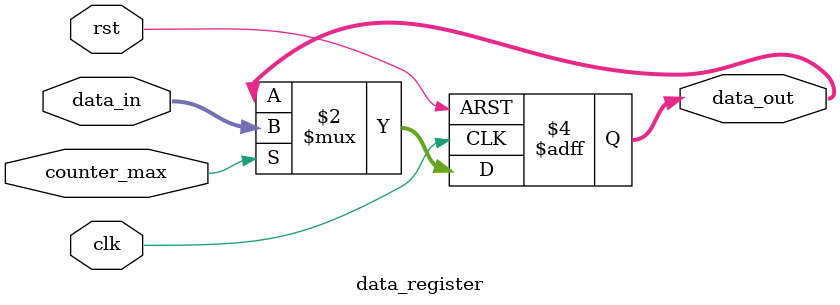
<source format=sv>
module pl_reg_divider #(parameter W=4, DIV=4) (
    input wire clk, rst,
    input wire [W-1:0] data_in,
    output wire [W-1:0] data_out
);
    // 内部连线
    wire counter_max;
    wire [DIV-1:0] counter_value;
    
    // 实例化子模块
    counter_module #(
        .DIV(DIV)
    ) counter_inst (
        .clk(clk),
        .rst(rst),
        .counter_max(counter_max),
        .counter_value(counter_value)
    );
    
    data_register #(
        .W(W)
    ) data_reg_inst (
        .clk(clk),
        .rst(rst),
        .counter_max(counter_max),
        .data_in(data_in),
        .data_out(data_out)
    );
endmodule

// 计数器子模块
module counter_module #(parameter DIV=4) (
    input wire clk, rst,
    output wire counter_max,
    output reg [DIV-1:0] counter_value
);
    // 达到最大计数值的标志
    assign counter_max = &counter_value;
    
    // 计数器逻辑
    always @(posedge clk or posedge rst) begin
        if (rst) begin
            counter_value <= {DIV{1'b0}};
        end else begin
            counter_value <= counter_value + 1'b1;
        end
    end
endmodule

// 数据寄存器子模块
module data_register #(parameter W=4) (
    input wire clk, rst,
    input wire counter_max,
    input wire [W-1:0] data_in,
    output reg [W-1:0] data_out
);
    // 数据输出寄存器逻辑
    always @(posedge clk or posedge rst) begin
        if (rst) begin
            data_out <= {W{1'b0}};
        end else if (counter_max) begin
            data_out <= data_in;
        end
    end
endmodule
</source>
